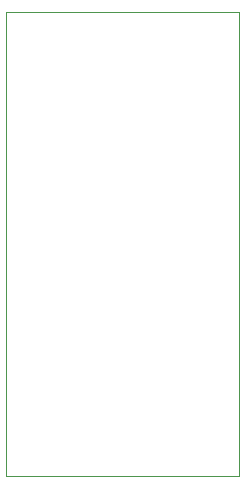
<source format=gm1>
G04 #@! TF.GenerationSoftware,KiCad,Pcbnew,6.0.10-86aedd382b~118~ubuntu22.04.1*
G04 #@! TF.CreationDate,2023-01-28T15:28:02-08:00*
G04 #@! TF.ProjectId,esp8266-dongle,65737038-3236-4362-9d64-6f6e676c652e,rev?*
G04 #@! TF.SameCoordinates,Original*
G04 #@! TF.FileFunction,Profile,NP*
%FSLAX46Y46*%
G04 Gerber Fmt 4.6, Leading zero omitted, Abs format (unit mm)*
G04 Created by KiCad (PCBNEW 6.0.10-86aedd382b~118~ubuntu22.04.1) date 2023-01-28 15:28:02*
%MOMM*%
%LPD*%
G01*
G04 APERTURE LIST*
G04 #@! TA.AperFunction,Profile*
%ADD10C,0.100000*%
G04 #@! TD*
G04 APERTURE END LIST*
D10*
X106045000Y-109140000D02*
X125730000Y-109140000D01*
X106045000Y-109140000D02*
X106045000Y-69850000D01*
X106045000Y-69850000D02*
X125730000Y-69850000D01*
X125730000Y-69850000D02*
X125730000Y-109140000D01*
M02*

</source>
